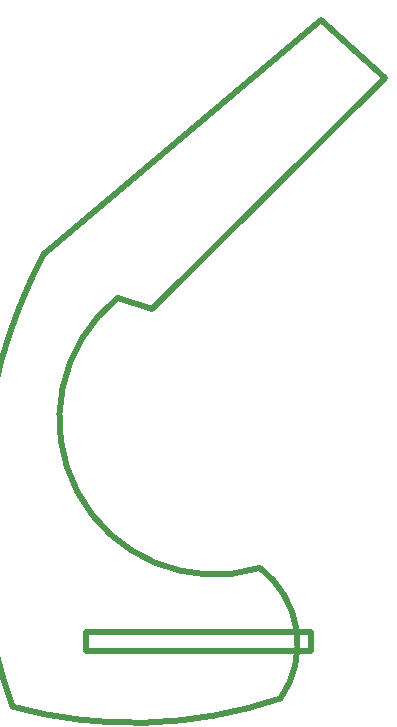
<source format=gko>
%FSLAX33Y33*%
%MOMM*%
%ADD10C,0.508*%
D10*
%LNpath-0*%
G01*
X35250Y35950D02*
X54900Y55500D01*
X49500Y60350*
X26050Y40600*
G75*
G03*
X26050Y40600D02*
X23400Y2250I42684J-22216D01*
G75*
X23400Y2250D02*
X46100Y2950I10205J37468D01*
G75*
X46100Y2950D02*
X44350Y14000I-6660J4609D01*
G01*
X44350Y14000D02*
X44350Y14000D01*
G75*
G02*
X44350Y14000D02*
X32300Y36850I-3824J12586D01*
G01*
X32300Y36850D02*
X35250Y35950D01*
%LNpath-1*%
X29650Y7000D02*
X48650Y7000D01*
X48650Y8600*
X29650Y8600*
X29650Y7000*
%LNmechanical details_traces*%
M02*
</source>
